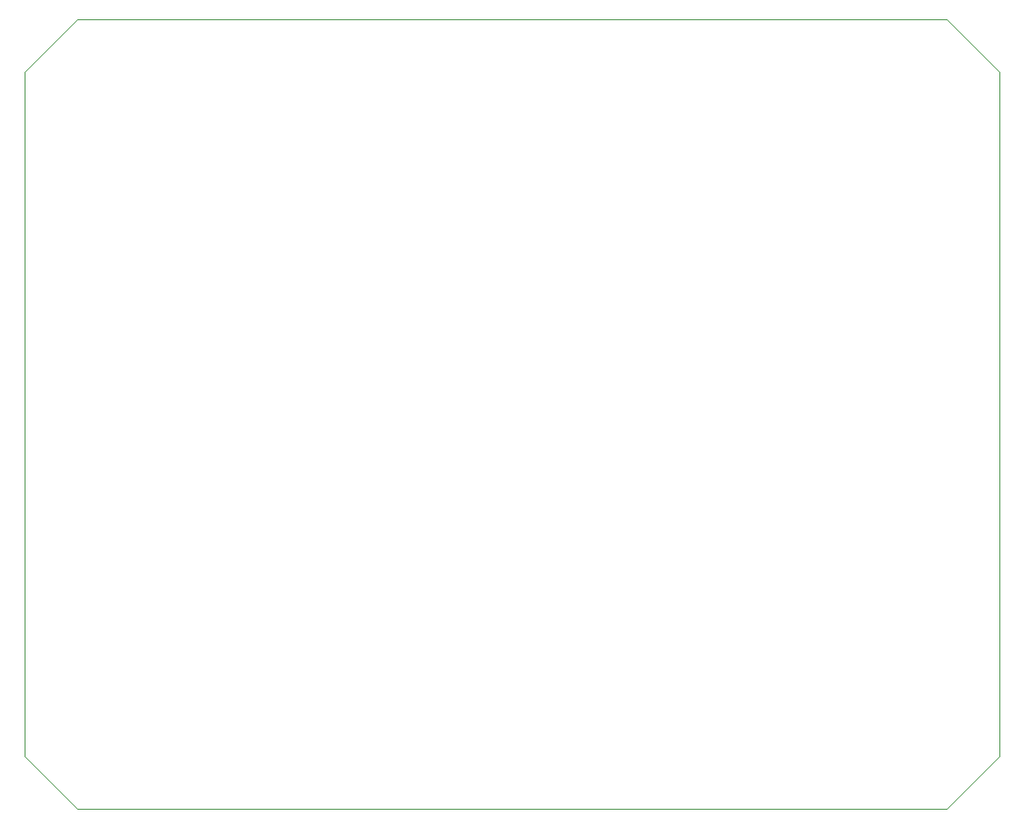
<source format=gbr>
G04 #@! TF.GenerationSoftware,KiCad,Pcbnew,(5.1.2)-2*
G04 #@! TF.CreationDate,2019-10-14T19:45:39-04:00*
G04 #@! TF.ProjectId,dak-base-station,64616b2d-6261-4736-952d-73746174696f,rev?*
G04 #@! TF.SameCoordinates,Original*
G04 #@! TF.FileFunction,Profile,NP*
%FSLAX46Y46*%
G04 Gerber Fmt 4.6, Leading zero omitted, Abs format (unit mm)*
G04 Created by KiCad (PCBNEW (5.1.2)-2) date 2019-10-14 19:45:39*
%MOMM*%
%LPD*%
G04 APERTURE LIST*
%ADD10C,0.050000*%
G04 APERTURE END LIST*
D10*
X35560000Y-38100000D02*
X30480000Y-43180000D01*
X30480000Y-109220000D02*
X35560000Y-114300000D01*
X124460000Y-109220000D02*
X119380000Y-114300000D01*
X119380000Y-38100000D02*
X124460000Y-43180000D01*
X35560000Y-114300000D02*
X119380000Y-114300000D01*
X30480000Y-43180000D02*
X30480000Y-109220000D01*
X119380000Y-38100000D02*
X35560000Y-38100000D01*
X124460000Y-109220000D02*
X124460000Y-43180000D01*
M02*

</source>
